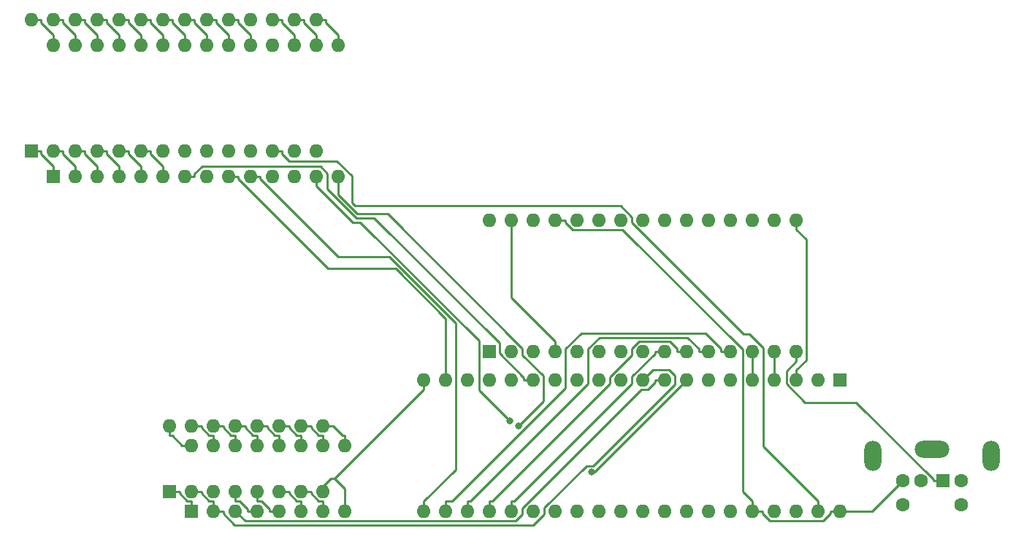
<source format=gbr>
%TF.GenerationSoftware,KiCad,Pcbnew,(6.0.0)*%
%TF.CreationDate,2022-08-27T02:03:40+01:00*%
%TF.ProjectId,AMSK6128r1,414d534b-3631-4323-9872-312e6b696361,rev?*%
%TF.SameCoordinates,Original*%
%TF.FileFunction,Copper,L2,Bot*%
%TF.FilePolarity,Positive*%
%FSLAX46Y46*%
G04 Gerber Fmt 4.6, Leading zero omitted, Abs format (unit mm)*
G04 Created by KiCad (PCBNEW (6.0.0)) date 2022-08-27 02:03:40*
%MOMM*%
%LPD*%
G01*
G04 APERTURE LIST*
%TA.AperFunction,ComponentPad*%
%ADD10R,1.600000X1.600000*%
%TD*%
%TA.AperFunction,ComponentPad*%
%ADD11O,1.600000X1.600000*%
%TD*%
%TA.AperFunction,ComponentPad*%
%ADD12C,1.600000*%
%TD*%
%TA.AperFunction,ComponentPad*%
%ADD13O,2.000000X3.500000*%
%TD*%
%TA.AperFunction,ComponentPad*%
%ADD14O,4.000000X2.000000*%
%TD*%
%TA.AperFunction,ViaPad*%
%ADD15C,0.800000*%
%TD*%
%TA.AperFunction,Conductor*%
%ADD16C,0.250000*%
%TD*%
G04 APERTURE END LIST*
D10*
%TO.P,U1,1,Q0*%
%TO.N,Net-(H2-Pad1)*%
X90160000Y-92446000D03*
D11*
%TO.P,U1,2,Q1*%
%TO.N,Net-(H2-Pad2)*%
X92700000Y-92446000D03*
%TO.P,U1,3,Q2*%
%TO.N,Net-(H2-Pad3)*%
X95240000Y-92446000D03*
%TO.P,U1,4,Q3*%
%TO.N,Net-(H2-Pad4)*%
X97780000Y-92446000D03*
%TO.P,U1,5,Q4*%
%TO.N,Net-(H2-Pad5)*%
X100320000Y-92446000D03*
%TO.P,U1,6,Q5*%
%TO.N,Net-(H2-Pad6)*%
X102860000Y-92446000D03*
%TO.P,U1,7,Q6*%
%TO.N,Net-(H2-Pad7)*%
X105400000Y-92446000D03*
%TO.P,U1,8,GND*%
%TO.N,Net-(H2-Pad8)*%
X107940000Y-92446000D03*
%TO.P,U1,9,Q7*%
%TO.N,Net-(H2-Pad9)*%
X107940000Y-84826000D03*
%TO.P,U1,10,Q8*%
%TO.N,Net-(H2-Pad10)*%
X105400000Y-84826000D03*
%TO.P,U1,11,Q9*%
%TO.N,Net-(H2-Pad11)*%
X102860000Y-84826000D03*
%TO.P,U1,12,P3*%
%TO.N,Net-(H2-Pad12)*%
X100320000Y-84826000D03*
%TO.P,U1,13,P2*%
%TO.N,Net-(H2-Pad13)*%
X97780000Y-84826000D03*
%TO.P,U1,14,P1*%
%TO.N,Net-(H2-Pad14)*%
X95240000Y-84826000D03*
%TO.P,U1,15,P0*%
%TO.N,Net-(H2-Pad15)*%
X92700000Y-84826000D03*
%TO.P,U1,16,VCC*%
%TO.N,Net-(H2-Pad16)*%
X90160000Y-84826000D03*
%TD*%
D10*
%TO.P,U4,1,Pin_1*%
%TO.N,unconnected-(U4-Pad1)*%
X124714000Y-73904000D03*
D11*
%TO.P,U4,2,Pin_2*%
%TO.N,unconnected-(U4-Pad2)*%
X127254000Y-73904000D03*
%TO.P,U4,3,Pin_3*%
%TO.N,unconnected-(U4-Pad3)*%
X129794000Y-73904000D03*
%TO.P,U4,4,Pin_4*%
%TO.N,Net-(H2-Pad8)*%
X132334000Y-73904000D03*
%TO.P,U4,5,Pin_5*%
%TO.N,Net-(U3-Pad38)*%
X134874000Y-73904000D03*
%TO.P,U4,6,Pin_6*%
%TO.N,Net-(J1-Pad5)*%
X137414000Y-73904000D03*
%TO.P,U4,7,Pin_7*%
%TO.N,Net-(U3-Pad18)*%
X139954000Y-73904000D03*
%TO.P,U4,8,Pin_8*%
%TO.N,Net-(U3-Pad2)*%
X142494000Y-73904000D03*
%TO.P,U4,9,Pin_9*%
%TO.N,Net-(U3-Pad25)*%
X145034000Y-73904000D03*
%TO.P,U4,10,Pin_10*%
%TO.N,Net-(U3-Pad24)*%
X147574000Y-73904000D03*
%TO.P,U4,11,Pin_11*%
%TO.N,Net-(U3-Pad23)*%
X150114000Y-73904000D03*
%TO.P,U4,12,Pin_12*%
%TO.N,Net-(U3-Pad22)*%
X152654000Y-73904000D03*
%TO.P,U4,13,Pin_13*%
%TO.N,Net-(U3-Pad5)*%
X155194000Y-73904000D03*
%TO.P,U4,14,Pin_14*%
%TO.N,Net-(U3-Pad4)*%
X157734000Y-73904000D03*
%TO.P,U4,15,Pin_15*%
%TO.N,Net-(J1-Pad1)*%
X160274000Y-73904000D03*
%TO.P,U4,16,Pin_16*%
%TO.N,Net-(U3-Pad3)*%
X160274000Y-58664000D03*
%TO.P,U4,17,Pin_17*%
%TO.N,unconnected-(U4-Pad17)*%
X157734000Y-58664000D03*
%TO.P,U4,18,Pin_18*%
%TO.N,unconnected-(U4-Pad18)*%
X155194000Y-58664000D03*
%TO.P,U4,19,Pin_19*%
%TO.N,unconnected-(U4-Pad19)*%
X152654000Y-58664000D03*
%TO.P,U4,20,Pin_20*%
%TO.N,unconnected-(U4-Pad20)*%
X150114000Y-58664000D03*
%TO.P,U4,21,Pin_21*%
%TO.N,unconnected-(U4-Pad21)*%
X147574000Y-58664000D03*
%TO.P,U4,22,Pin_22*%
%TO.N,unconnected-(U4-Pad22)*%
X145034000Y-58664000D03*
%TO.P,U4,23,Pin_23*%
%TO.N,unconnected-(U4-Pad23)*%
X142494000Y-58664000D03*
%TO.P,U4,24,Pin_24*%
%TO.N,unconnected-(U4-Pad24)*%
X139954000Y-58664000D03*
%TO.P,U4,25,Pin_25*%
%TO.N,unconnected-(U4-Pad25)*%
X137414000Y-58664000D03*
%TO.P,U4,26,Pin_26*%
%TO.N,unconnected-(U4-Pad26)*%
X134874000Y-58664000D03*
%TO.P,U4,27,Pin_27*%
%TO.N,Net-(H2-Pad16)*%
X132334000Y-58664000D03*
%TO.P,U4,28,Pin_28*%
%TO.N,unconnected-(U4-Pad28)*%
X129794000Y-58664000D03*
%TO.P,U4,29,Pin_29*%
%TO.N,Net-(H2-Pad8)*%
X127254000Y-58664000D03*
%TO.P,U4,30,Pin_30*%
%TO.N,unconnected-(U4-Pad30)*%
X124714000Y-58664000D03*
%TD*%
D10*
%TO.P,H2,1,Pin_1*%
%TO.N,Net-(H2-Pad1)*%
X87620000Y-90185000D03*
D11*
%TO.P,H2,2,Pin_2*%
%TO.N,Net-(H2-Pad2)*%
X90160000Y-90185000D03*
%TO.P,H2,3,Pin_3*%
%TO.N,Net-(H2-Pad3)*%
X92700000Y-90185000D03*
%TO.P,H2,4,Pin_4*%
%TO.N,Net-(H2-Pad4)*%
X95240000Y-90185000D03*
%TO.P,H2,5,Pin_5*%
%TO.N,Net-(H2-Pad5)*%
X97780000Y-90185000D03*
%TO.P,H2,6,Pin_6*%
%TO.N,Net-(H2-Pad6)*%
X100320000Y-90185000D03*
%TO.P,H2,7,Pin_7*%
%TO.N,Net-(H2-Pad7)*%
X102860000Y-90185000D03*
%TO.P,H2,8,Pin_8*%
%TO.N,Net-(H2-Pad8)*%
X105400000Y-90185000D03*
%TO.P,H2,9,Pin_9*%
%TO.N,Net-(H2-Pad9)*%
X105400000Y-82565000D03*
%TO.P,H2,10,Pin_10*%
%TO.N,Net-(H2-Pad10)*%
X102860000Y-82565000D03*
%TO.P,H2,11,Pin_11*%
%TO.N,Net-(H2-Pad11)*%
X100320000Y-82565000D03*
%TO.P,H2,12,Pin_12*%
%TO.N,Net-(H2-Pad12)*%
X97780000Y-82565000D03*
%TO.P,H2,13,Pin_13*%
%TO.N,Net-(H2-Pad13)*%
X95240000Y-82565000D03*
%TO.P,H2,14,Pin_14*%
%TO.N,Net-(H2-Pad14)*%
X92700000Y-82565000D03*
%TO.P,H2,15,Pin_15*%
%TO.N,Net-(H2-Pad15)*%
X90160000Y-82565000D03*
%TO.P,H2,16,Pin_16*%
%TO.N,Net-(H2-Pad16)*%
X87620000Y-82565000D03*
%TD*%
D10*
%TO.P,H1,1,Pin_1*%
%TO.N,Net-(H1-Pad1)*%
X71586000Y-50675000D03*
D11*
%TO.P,H1,2,Pin_2*%
%TO.N,Net-(H1-Pad2)*%
X74126000Y-50675000D03*
%TO.P,H1,3,Pin_3*%
%TO.N,Net-(H1-Pad3)*%
X76666000Y-50675000D03*
%TO.P,H1,4,Pin_4*%
%TO.N,Net-(H1-Pad4)*%
X79206000Y-50675000D03*
%TO.P,H1,5,Pin_5*%
%TO.N,Net-(H1-Pad5)*%
X81746000Y-50675000D03*
%TO.P,H1,6,Pin_6*%
%TO.N,Net-(H1-Pad6)*%
X84286000Y-50675000D03*
%TO.P,H1,7,Pin_7*%
%TO.N,Net-(H1-Pad7)*%
X86826000Y-50675000D03*
%TO.P,H1,8,Pin_8*%
%TO.N,Net-(H1-Pad8)*%
X89366000Y-50675000D03*
%TO.P,H1,9,Pin_9*%
%TO.N,Net-(H1-Pad9)*%
X91906000Y-50675000D03*
%TO.P,H1,10,Pin_10*%
%TO.N,Net-(H1-Pad10)*%
X94446000Y-50675000D03*
%TO.P,H1,11,Pin_11*%
%TO.N,Net-(H1-Pad11)*%
X96986000Y-50675000D03*
%TO.P,H1,12,Pin_12*%
%TO.N,Net-(H1-Pad12)*%
X99526000Y-50675000D03*
%TO.P,H1,13,Pin_13*%
%TO.N,Net-(H1-Pad13)*%
X102066000Y-50675000D03*
%TO.P,H1,14,Pin_14*%
%TO.N,Net-(H1-Pad14)*%
X104606000Y-50675000D03*
%TO.P,H1,15,Pin_15*%
%TO.N,Net-(H1-Pad15)*%
X104606000Y-35435000D03*
%TO.P,H1,16,Pin_16*%
%TO.N,Net-(H1-Pad16)*%
X102066000Y-35435000D03*
%TO.P,H1,17,Pin_17*%
%TO.N,Net-(H1-Pad17)*%
X99526000Y-35435000D03*
%TO.P,H1,18,Pin_18*%
%TO.N,Net-(H1-Pad18)*%
X96986000Y-35435000D03*
%TO.P,H1,19,Pin_19*%
%TO.N,Net-(H1-Pad19)*%
X94446000Y-35435000D03*
%TO.P,H1,20,Pin_20*%
%TO.N,Net-(H1-Pad20)*%
X91906000Y-35435000D03*
%TO.P,H1,21,Pin_21*%
%TO.N,Net-(H1-Pad21)*%
X89366000Y-35435000D03*
%TO.P,H1,22,Pin_22*%
%TO.N,Net-(H1-Pad22)*%
X86826000Y-35435000D03*
%TO.P,H1,23,Pin_23*%
%TO.N,Net-(H1-Pad23)*%
X84286000Y-35435000D03*
%TO.P,H1,24,Pin_24*%
%TO.N,Net-(H1-Pad24)*%
X81746000Y-35435000D03*
%TO.P,H1,25,Pin_25*%
%TO.N,Net-(H1-Pad25)*%
X79206000Y-35435000D03*
%TO.P,H1,26,Pin_26*%
%TO.N,Net-(H1-Pad26)*%
X76666000Y-35435000D03*
%TO.P,H1,27,Pin_27*%
%TO.N,Net-(H1-Pad27)*%
X74126000Y-35435000D03*
%TO.P,H1,28,Pin_28*%
%TO.N,Net-(H1-Pad28)*%
X71586000Y-35435000D03*
%TD*%
D10*
%TO.P,U2,1,Pin_1*%
%TO.N,Net-(H1-Pad1)*%
X74146000Y-53584000D03*
D11*
%TO.P,U2,2,Pin_2*%
%TO.N,Net-(H1-Pad2)*%
X76686000Y-53584000D03*
%TO.P,U2,3,Pin_3*%
%TO.N,Net-(H1-Pad3)*%
X79226000Y-53584000D03*
%TO.P,U2,4,Pin_4*%
%TO.N,Net-(H1-Pad4)*%
X81766000Y-53584000D03*
%TO.P,U2,5,Pin_5*%
%TO.N,Net-(H1-Pad5)*%
X84306000Y-53584000D03*
%TO.P,U2,6,Pin_6*%
%TO.N,Net-(H1-Pad6)*%
X86846000Y-53584000D03*
%TO.P,U2,7,Pin_7*%
%TO.N,Net-(H1-Pad7)*%
X89386000Y-53584000D03*
%TO.P,U2,8,Pin_8*%
%TO.N,Net-(H1-Pad8)*%
X91926000Y-53584000D03*
%TO.P,U2,9,Pin_9*%
%TO.N,Net-(H1-Pad9)*%
X94466000Y-53584000D03*
%TO.P,U2,10,Pin_10*%
%TO.N,Net-(H1-Pad10)*%
X97006000Y-53584000D03*
%TO.P,U2,11,Pin_11*%
%TO.N,Net-(H1-Pad11)*%
X99546000Y-53584000D03*
%TO.P,U2,12,Pin_12*%
%TO.N,Net-(H1-Pad12)*%
X102086000Y-53584000D03*
%TO.P,U2,13,Pin_13*%
%TO.N,Net-(H1-Pad13)*%
X104626000Y-53584000D03*
%TO.P,U2,14,Pin_14*%
%TO.N,Net-(H1-Pad14)*%
X107166000Y-53584000D03*
%TO.P,U2,15,Pin_15*%
%TO.N,Net-(H1-Pad15)*%
X107166000Y-38344000D03*
%TO.P,U2,16,Pin_16*%
%TO.N,Net-(H1-Pad16)*%
X104626000Y-38344000D03*
%TO.P,U2,17,Pin_17*%
%TO.N,Net-(H1-Pad17)*%
X102086000Y-38344000D03*
%TO.P,U2,18,Pin_18*%
%TO.N,Net-(H1-Pad18)*%
X99546000Y-38344000D03*
%TO.P,U2,19,Pin_19*%
%TO.N,Net-(H1-Pad19)*%
X97006000Y-38344000D03*
%TO.P,U2,20,Pin_20*%
%TO.N,Net-(H1-Pad20)*%
X94466000Y-38344000D03*
%TO.P,U2,21,Pin_21*%
%TO.N,Net-(H1-Pad21)*%
X91926000Y-38344000D03*
%TO.P,U2,22,Pin_22*%
%TO.N,Net-(H1-Pad22)*%
X89386000Y-38344000D03*
%TO.P,U2,23,Pin_23*%
%TO.N,Net-(H1-Pad23)*%
X86846000Y-38344000D03*
%TO.P,U2,24,Pin_24*%
%TO.N,Net-(H1-Pad24)*%
X84306000Y-38344000D03*
%TO.P,U2,25,Pin_25*%
%TO.N,Net-(H1-Pad25)*%
X81766000Y-38344000D03*
%TO.P,U2,26,Pin_26*%
%TO.N,Net-(H1-Pad26)*%
X79226000Y-38344000D03*
%TO.P,U2,27,Pin_27*%
%TO.N,Net-(H1-Pad27)*%
X76686000Y-38344000D03*
%TO.P,U2,28,Pin_28*%
%TO.N,Net-(H1-Pad28)*%
X74146000Y-38344000D03*
%TD*%
D10*
%TO.P,U3,1,Pin_1*%
%TO.N,Net-(H1-Pad11)*%
X165349000Y-77211000D03*
D11*
%TO.P,U3,2,Pin_2*%
%TO.N,Net-(U3-Pad2)*%
X162809000Y-77211000D03*
%TO.P,U3,3,Pin_3*%
%TO.N,Net-(U3-Pad3)*%
X160269000Y-77211000D03*
%TO.P,U3,4,Pin_4*%
%TO.N,Net-(U3-Pad4)*%
X157729000Y-77211000D03*
%TO.P,U3,5,Pin_5*%
%TO.N,Net-(U3-Pad5)*%
X155189000Y-77211000D03*
%TO.P,U3,6,Pin_6*%
%TO.N,unconnected-(U3-Pad6)*%
X152649000Y-77211000D03*
%TO.P,U3,7,Pin_7*%
%TO.N,unconnected-(U3-Pad7)*%
X150109000Y-77211000D03*
%TO.P,U3,8,Pin_8*%
%TO.N,Net-(H2-Pad4)*%
X147569000Y-77211000D03*
%TO.P,U3,9,Pin_9*%
%TO.N,Net-(H2-Pad3)*%
X145029000Y-77211000D03*
%TO.P,U3,10,Pin_10*%
%TO.N,Net-(H2-Pad2)*%
X142489000Y-77211000D03*
%TO.P,U3,11,Pin_11*%
%TO.N,Net-(H2-Pad1)*%
X139949000Y-77211000D03*
%TO.P,U3,12,Pin_12*%
%TO.N,unconnected-(U3-Pad12)*%
X137409000Y-77211000D03*
%TO.P,U3,13,Pin_13*%
%TO.N,unconnected-(U3-Pad13)*%
X134869000Y-77211000D03*
%TO.P,U3,14,Pin_14*%
%TO.N,unconnected-(U3-Pad14)*%
X132329000Y-77211000D03*
%TO.P,U3,15,Pin_15*%
%TO.N,Net-(H1-Pad7)*%
X129789000Y-77211000D03*
%TO.P,U3,16,Pin_16*%
%TO.N,Net-(H2-Pad8)*%
X127249000Y-77211000D03*
%TO.P,U3,17,Pin_17*%
%TO.N,Net-(H1-Pad8)*%
X124709000Y-77211000D03*
%TO.P,U3,18,Pin_18*%
%TO.N,Net-(U3-Pad18)*%
X122169000Y-77211000D03*
%TO.P,U3,19,Pin_19*%
%TO.N,Net-(H1-Pad9)*%
X119629000Y-77211000D03*
%TO.P,U3,20,Pin_20*%
%TO.N,Net-(H2-Pad8)*%
X117089000Y-77211000D03*
%TO.P,U3,21,Pin_21*%
%TO.N,Net-(H1-Pad10)*%
X117089000Y-92451000D03*
%TO.P,U3,22,Pin_22*%
%TO.N,Net-(U3-Pad22)*%
X119629000Y-92451000D03*
%TO.P,U3,23,Pin_23*%
%TO.N,Net-(U3-Pad23)*%
X122169000Y-92451000D03*
%TO.P,U3,24,Pin_24*%
%TO.N,Net-(U3-Pad24)*%
X124709000Y-92451000D03*
%TO.P,U3,25,Pin_25*%
%TO.N,Net-(U3-Pad25)*%
X127249000Y-92451000D03*
%TO.P,U3,26,Pin_26*%
%TO.N,unconnected-(U3-Pad26)*%
X129789000Y-92451000D03*
%TO.P,U3,27,Pin_27*%
%TO.N,unconnected-(U3-Pad27)*%
X132329000Y-92451000D03*
%TO.P,U3,28,Pin_28*%
%TO.N,Net-(H2-Pad5)*%
X134869000Y-92451000D03*
%TO.P,U3,29,Pin_29*%
%TO.N,Net-(H2-Pad6)*%
X137409000Y-92451000D03*
%TO.P,U3,30,Pin_30*%
%TO.N,Net-(H2-Pad7)*%
X139949000Y-92451000D03*
%TO.P,U3,31,Pin_31*%
%TO.N,Net-(H2-Pad9)*%
X142489000Y-92451000D03*
%TO.P,U3,32,Pin_32*%
%TO.N,Net-(H2-Pad10)*%
X145029000Y-92451000D03*
%TO.P,U3,33,Pin_33*%
%TO.N,Net-(H2-Pad11)*%
X147569000Y-92451000D03*
%TO.P,U3,34,Pin_34*%
%TO.N,unconnected-(U3-Pad34)*%
X150109000Y-92451000D03*
%TO.P,U3,35,Pin_35*%
%TO.N,Net-(H1-Pad14)*%
X152649000Y-92451000D03*
%TO.P,U3,36,Pin_36*%
%TO.N,Net-(H2-Pad16)*%
X155189000Y-92451000D03*
%TO.P,U3,37,Pin_37*%
%TO.N,Net-(H1-Pad13)*%
X157729000Y-92451000D03*
%TO.P,U3,38,Pin_38*%
%TO.N,Net-(U3-Pad38)*%
X160269000Y-92451000D03*
%TO.P,U3,39,Pin_39*%
%TO.N,Net-(H1-Pad12)*%
X162809000Y-92451000D03*
%TO.P,U3,40,Pin_40*%
%TO.N,Net-(H2-Pad16)*%
X165349000Y-92451000D03*
%TD*%
D10*
%TO.P,J1,1*%
%TO.N,Net-(J1-Pad1)*%
X177292000Y-88900000D03*
D12*
%TO.P,J1,2*%
%TO.N,unconnected-(J1-Pad2)*%
X174692000Y-88900000D03*
%TO.P,J1,3*%
%TO.N,Net-(H2-Pad8)*%
X179392000Y-88900000D03*
%TO.P,J1,4*%
%TO.N,Net-(H2-Pad16)*%
X172592000Y-88900000D03*
%TO.P,J1,5*%
%TO.N,Net-(J1-Pad5)*%
X179392000Y-91700000D03*
%TO.P,J1,6*%
%TO.N,unconnected-(J1-Pad6)*%
X172592000Y-91700000D03*
D13*
%TO.P,J1,7*%
%TO.N,N/C*%
X169142000Y-86050000D03*
X182842000Y-86050000D03*
D14*
X175992000Y-85250000D03*
%TD*%
D15*
%TO.N,Net-(H1-Pad13)*%
X127080600Y-82005100D03*
%TO.N,Net-(H1-Pad14)*%
X128062000Y-82563800D03*
%TO.N,Net-(H2-Pad4)*%
X136553000Y-87919200D03*
%TD*%
D16*
%TO.N,Net-(H1-Pad1)*%
X71586000Y-50675000D02*
X72711300Y-50675000D01*
X72711300Y-51024000D02*
X72711300Y-50675000D01*
X74146000Y-52458700D02*
X72711300Y-51024000D01*
X74146000Y-53584000D02*
X74146000Y-52458700D01*
%TO.N,Net-(H1-Pad2)*%
X76686000Y-52458700D02*
X75251300Y-51024000D01*
X75251300Y-51024000D02*
X75251300Y-50675000D01*
X76686000Y-53584000D02*
X76686000Y-52458700D01*
X74126000Y-50675000D02*
X75251300Y-50675000D01*
%TO.N,Net-(H1-Pad3)*%
X76666000Y-50675000D02*
X77791300Y-50675000D01*
X79226000Y-52458700D02*
X77791300Y-51024000D01*
X79226000Y-53584000D02*
X79226000Y-52458700D01*
X77791300Y-51024000D02*
X77791300Y-50675000D01*
%TO.N,Net-(H1-Pad4)*%
X81766000Y-53584000D02*
X81766000Y-52458700D01*
X79206000Y-50675000D02*
X80331300Y-50675000D01*
X80331300Y-51024000D02*
X80331300Y-50675000D01*
X81766000Y-52458700D02*
X80331300Y-51024000D01*
%TO.N,Net-(H1-Pad5)*%
X81746000Y-50675000D02*
X82871300Y-50675000D01*
X84306000Y-52458700D02*
X82871300Y-51024000D01*
X82871300Y-51024000D02*
X82871300Y-50675000D01*
X84306000Y-53584000D02*
X84306000Y-52458700D01*
%TO.N,Net-(H1-Pad15)*%
X107166000Y-38344000D02*
X107166000Y-37218700D01*
X104606000Y-35435000D02*
X105731300Y-35435000D01*
X105731300Y-35784000D02*
X105731300Y-35435000D01*
X107166000Y-37218700D02*
X105731300Y-35784000D01*
%TO.N,Net-(H1-Pad6)*%
X84286000Y-50675000D02*
X85411300Y-50675000D01*
X85411300Y-51024000D02*
X85411300Y-50675000D01*
X86846000Y-53584000D02*
X86846000Y-52458700D01*
X86846000Y-52458700D02*
X85411300Y-51024000D01*
%TO.N,Net-(H1-Pad16)*%
X104626000Y-38344000D02*
X104626000Y-37218700D01*
X103191300Y-35784000D02*
X103191300Y-35435000D01*
X104626000Y-37218700D02*
X103191300Y-35784000D01*
X102066000Y-35435000D02*
X103191300Y-35435000D01*
%TO.N,Net-(H1-Pad7)*%
X109267800Y-58457800D02*
X111341900Y-58457800D01*
X91369500Y-52444500D02*
X105104900Y-52444500D01*
X111341900Y-58457800D02*
X125839400Y-72955300D01*
X129789000Y-77211000D02*
X128663700Y-77211000D01*
X105896000Y-55086000D02*
X109267800Y-58457800D01*
X105104900Y-52444500D02*
X105896000Y-53235600D01*
X89386000Y-53584000D02*
X90511300Y-53584000D01*
X128663700Y-76958200D02*
X128663700Y-77211000D01*
X125839400Y-74133900D02*
X128663700Y-76958200D01*
X90511300Y-53302700D02*
X91369500Y-52444500D01*
X125839400Y-72955300D02*
X125839400Y-74133900D01*
X90511300Y-53584000D02*
X90511300Y-53302700D01*
X105896000Y-53235600D02*
X105896000Y-55086000D01*
%TO.N,Net-(H1-Pad17)*%
X100651300Y-35784000D02*
X100651300Y-35435000D01*
X102086000Y-38344000D02*
X102086000Y-37218700D01*
X99526000Y-35435000D02*
X100651300Y-35435000D01*
X102086000Y-37218700D02*
X100651300Y-35784000D01*
%TO.N,Net-(H1-Pad9)*%
X106005000Y-64279000D02*
X113815000Y-64279000D01*
X95591300Y-53865300D02*
X106005000Y-64279000D01*
X95591300Y-53584000D02*
X95591300Y-53865300D01*
X94466000Y-53584000D02*
X95591300Y-53584000D01*
X119629000Y-70093000D02*
X119629000Y-76085700D01*
X113815000Y-64279000D02*
X119629000Y-70093000D01*
X119629000Y-77211000D02*
X119629000Y-76085700D01*
%TO.N,Net-(H1-Pad19)*%
X94446000Y-35435000D02*
X95571300Y-35435000D01*
X95571300Y-35784000D02*
X95571300Y-35435000D01*
X97006000Y-38344000D02*
X97006000Y-37218700D01*
X97006000Y-37218700D02*
X95571300Y-35784000D01*
%TO.N,Net-(H1-Pad10)*%
X97006000Y-53584000D02*
X98131300Y-53584000D01*
X117089000Y-92451000D02*
X117089000Y-91325700D01*
X117089000Y-91325700D02*
X120768400Y-87646300D01*
X107177600Y-62911600D02*
X98131300Y-53865300D01*
X120768400Y-70595500D02*
X113084500Y-62911600D01*
X98131300Y-53865300D02*
X98131300Y-53584000D01*
X120768400Y-87646300D02*
X120768400Y-70595500D01*
X113084500Y-62911600D02*
X107177600Y-62911600D01*
%TO.N,Net-(H1-Pad20)*%
X94466000Y-38344000D02*
X94466000Y-37218700D01*
X93031300Y-35784000D02*
X93031300Y-35435000D01*
X91906000Y-35435000D02*
X93031300Y-35435000D01*
X94466000Y-37218700D02*
X93031300Y-35784000D01*
%TO.N,Net-(H1-Pad21)*%
X90491300Y-35784000D02*
X90491300Y-35435000D01*
X91926000Y-37218700D02*
X90491300Y-35784000D01*
X89366000Y-35435000D02*
X90491300Y-35435000D01*
X91926000Y-38344000D02*
X91926000Y-37218700D01*
%TO.N,Net-(H1-Pad12)*%
X109099900Y-57016100D02*
X108747300Y-56663500D01*
X154143000Y-71910500D02*
X141224000Y-58991500D01*
X162809000Y-92451000D02*
X162809000Y-91325700D01*
X162809000Y-91325700D02*
X156464000Y-84980700D01*
X141224000Y-58991500D02*
X141224000Y-58316400D01*
X101495200Y-51800300D02*
X100651300Y-50956400D01*
X100651300Y-50956400D02*
X100651300Y-50675000D01*
X139923700Y-57016100D02*
X109099900Y-57016100D01*
X107003400Y-51800300D02*
X101495200Y-51800300D01*
X108747300Y-56663500D02*
X108747300Y-53544200D01*
X156464000Y-73542300D02*
X154832200Y-71910500D01*
X108747300Y-53544200D02*
X107003400Y-51800300D01*
X99526000Y-50675000D02*
X100651300Y-50675000D01*
X156464000Y-84980700D02*
X156464000Y-73542300D01*
X141224000Y-58316400D02*
X139923700Y-57016100D01*
X154832200Y-71910500D02*
X154143000Y-71910500D01*
%TO.N,Net-(H1-Pad22)*%
X87951300Y-35784000D02*
X87951300Y-35435000D01*
X86826000Y-35435000D02*
X87951300Y-35435000D01*
X89386000Y-37218700D02*
X87951300Y-35784000D01*
X89386000Y-38344000D02*
X89386000Y-37218700D01*
%TO.N,Net-(H1-Pad13)*%
X109717900Y-58908100D02*
X123489100Y-72679300D01*
X104626000Y-53584000D02*
X104626000Y-54709300D01*
X123489100Y-78413600D02*
X127080600Y-82005100D01*
X108824800Y-58908100D02*
X109717900Y-58908100D01*
X123489100Y-72679300D02*
X123489100Y-78413600D01*
X104626000Y-54709300D02*
X108824800Y-58908100D01*
%TO.N,Net-(H1-Pad14)*%
X107166000Y-54709300D02*
X107166000Y-55719100D01*
X128524000Y-73558800D02*
X128524000Y-74346300D01*
X128524000Y-74346300D02*
X130914400Y-76736700D01*
X130914400Y-76736700D02*
X130914400Y-79711400D01*
X109371400Y-57924500D02*
X112889700Y-57924500D01*
X107166000Y-55719100D02*
X109371400Y-57924500D01*
X112889700Y-57924500D02*
X128524000Y-73558800D01*
X130914400Y-79711400D02*
X128062000Y-82563800D01*
X107166000Y-53584000D02*
X107166000Y-54709300D01*
%TO.N,Net-(H1-Pad23)*%
X85411300Y-35784000D02*
X85411300Y-35435000D01*
X86846000Y-37218700D02*
X85411300Y-35784000D01*
X84286000Y-35435000D02*
X85411300Y-35435000D01*
X86846000Y-38344000D02*
X86846000Y-37218700D01*
%TO.N,Net-(H1-Pad24)*%
X81746000Y-35435000D02*
X82871300Y-35435000D01*
X84306000Y-37218700D02*
X82871300Y-35784000D01*
X84306000Y-38344000D02*
X84306000Y-37218700D01*
X82871300Y-35784000D02*
X82871300Y-35435000D01*
%TO.N,Net-(H2-Pad1)*%
X90160000Y-92446000D02*
X90160000Y-91320700D01*
X89669400Y-91320700D02*
X90160000Y-91320700D01*
X88745300Y-90185000D02*
X88745300Y-90396600D01*
X88745300Y-90396600D02*
X89669400Y-91320700D01*
X87620000Y-90185000D02*
X88745300Y-90185000D01*
%TO.N,Net-(H2-Pad2)*%
X146208600Y-76730900D02*
X146208600Y-77703400D01*
X146208600Y-77703400D02*
X136718100Y-87193900D01*
X92700000Y-92446000D02*
X92700000Y-91320700D01*
X92700000Y-92446000D02*
X93825300Y-92446000D01*
X136718100Y-87193900D02*
X135928200Y-87193900D01*
X131059000Y-92063100D02*
X131059000Y-92819800D01*
X143646400Y-76053600D02*
X145531300Y-76053600D01*
X95177900Y-94079900D02*
X93825300Y-92727300D01*
X93825300Y-92727300D02*
X93825300Y-92446000D01*
X131059000Y-92819800D02*
X129798900Y-94079900D01*
X135928200Y-87193900D02*
X131059000Y-92063100D01*
X142489000Y-77211000D02*
X143646400Y-76053600D01*
X92209400Y-91320700D02*
X92700000Y-91320700D01*
X91285300Y-90185000D02*
X91285300Y-90396600D01*
X90160000Y-90185000D02*
X91285300Y-90185000D01*
X145531300Y-76053600D02*
X146208600Y-76730900D01*
X129798900Y-94079900D02*
X95177900Y-94079900D01*
X91285300Y-90396600D02*
X92209400Y-91320700D01*
%TO.N,Net-(H2-Pad3)*%
X128519000Y-92810900D02*
X127751600Y-93578300D01*
X96372300Y-93578300D02*
X95240000Y-92446000D01*
X128519000Y-92123100D02*
X128519000Y-92810900D01*
X127751600Y-93578300D02*
X96372300Y-93578300D01*
X145029000Y-77211000D02*
X143903700Y-77211000D01*
X143059800Y-78336300D02*
X142305800Y-78336300D01*
X142305800Y-78336300D02*
X128519000Y-92123100D01*
X143903700Y-77211000D02*
X143903700Y-77492400D01*
X143903700Y-77492400D02*
X143059800Y-78336300D01*
%TO.N,Net-(H2-Pad4)*%
X147569000Y-77211000D02*
X136860800Y-87919200D01*
X96654700Y-92234400D02*
X95730600Y-91310300D01*
X97780000Y-92446000D02*
X96654700Y-92446000D01*
X95240000Y-90185000D02*
X95240000Y-91310300D01*
X95730600Y-91310300D02*
X95240000Y-91310300D01*
X136860800Y-87919200D02*
X136553000Y-87919200D01*
X96654700Y-92446000D02*
X96654700Y-92234400D01*
%TO.N,Net-(H2-Pad5)*%
X100320000Y-92446000D02*
X99194700Y-92446000D01*
X97780000Y-90185000D02*
X97780000Y-91310300D01*
X98270600Y-91310300D02*
X97780000Y-91310300D01*
X99194700Y-92234400D02*
X98270600Y-91310300D01*
X99194700Y-92446000D02*
X99194700Y-92234400D01*
%TO.N,Net-(H2-Pad6)*%
X102369400Y-91320700D02*
X102860000Y-91320700D01*
X101445300Y-90185000D02*
X101445300Y-90396600D01*
X100320000Y-90185000D02*
X101445300Y-90185000D01*
X102860000Y-92446000D02*
X102860000Y-91320700D01*
X101445300Y-90396600D02*
X102369400Y-91320700D01*
%TO.N,Net-(H2-Pad7)*%
X103985300Y-90185000D02*
X103985300Y-90396600D01*
X103985300Y-90396600D02*
X104909400Y-91320700D01*
X104909400Y-91320700D02*
X105400000Y-91320700D01*
X105400000Y-92446000D02*
X105400000Y-91320700D01*
X102860000Y-90185000D02*
X103985300Y-90185000D01*
%TO.N,Net-(H2-Pad8)*%
X105400000Y-90185000D02*
X105400000Y-89622300D01*
X105400000Y-89622300D02*
X106334000Y-88688300D01*
X106736900Y-88688300D02*
X106737000Y-88688300D01*
X132334000Y-72778700D02*
X127254000Y-67698700D01*
X132334000Y-73904000D02*
X132334000Y-72778700D01*
X107940000Y-89891400D02*
X107940000Y-92446000D01*
X106737000Y-88688300D02*
X107940000Y-89891400D01*
X117089000Y-78336300D02*
X106737000Y-88688300D01*
X106334000Y-88688300D02*
X106736900Y-88688300D01*
X127254000Y-67698700D02*
X127254000Y-58664000D01*
X117089000Y-77211000D02*
X117089000Y-78336300D01*
%TO.N,Net-(H2-Pad9)*%
X107661000Y-83700700D02*
X107940000Y-83700700D01*
X107940000Y-84826000D02*
X107940000Y-83700700D01*
X106525300Y-82565000D02*
X107661000Y-83700700D01*
X105400000Y-82565000D02*
X106525300Y-82565000D01*
%TO.N,Net-(H2-Pad10)*%
X103985300Y-82565000D02*
X103985300Y-82776600D01*
X105400000Y-84826000D02*
X105400000Y-83700700D01*
X103985300Y-82776600D02*
X104909400Y-83700700D01*
X102860000Y-82565000D02*
X103985300Y-82565000D01*
X104909400Y-83700700D02*
X105400000Y-83700700D01*
%TO.N,Net-(H2-Pad11)*%
X101445300Y-82776600D02*
X102369400Y-83700700D01*
X101445300Y-82565000D02*
X101445300Y-82776600D01*
X102369400Y-83700700D02*
X102860000Y-83700700D01*
X102860000Y-84826000D02*
X102860000Y-83700700D01*
X100320000Y-82565000D02*
X101445300Y-82565000D01*
%TO.N,Net-(H2-Pad12)*%
X98905300Y-82776600D02*
X99829400Y-83700700D01*
X99829400Y-83700700D02*
X100320000Y-83700700D01*
X98905300Y-82565000D02*
X98905300Y-82776600D01*
X97780000Y-82565000D02*
X98905300Y-82565000D01*
X100320000Y-84826000D02*
X100320000Y-83700700D01*
%TO.N,Net-(H2-Pad13)*%
X97289400Y-83700700D02*
X97780000Y-83700700D01*
X96365300Y-82565000D02*
X96365300Y-82776600D01*
X96365300Y-82776600D02*
X97289400Y-83700700D01*
X95240000Y-82565000D02*
X96365300Y-82565000D01*
X97780000Y-84826000D02*
X97780000Y-83700700D01*
%TO.N,Net-(H2-Pad14)*%
X93825300Y-82776600D02*
X94749400Y-83700700D01*
X94749400Y-83700700D02*
X95240000Y-83700700D01*
X95240000Y-84826000D02*
X95240000Y-83700700D01*
X93825300Y-82565000D02*
X93825300Y-82776600D01*
X92700000Y-82565000D02*
X93825300Y-82565000D01*
%TO.N,Net-(H2-Pad15)*%
X92209400Y-83700700D02*
X92700000Y-83700700D01*
X92700000Y-84826000D02*
X92700000Y-83700700D01*
X91285300Y-82776600D02*
X92209400Y-83700700D01*
X90160000Y-82565000D02*
X91285300Y-82565000D01*
X91285300Y-82565000D02*
X91285300Y-82776600D01*
%TO.N,Net-(H2-Pad16)*%
X89034700Y-84826000D02*
X87899000Y-83690300D01*
X132334000Y-58664000D02*
X133459300Y-58664000D01*
X154063700Y-90200400D02*
X155189000Y-91325700D01*
X87620000Y-82565000D02*
X87620000Y-83690300D01*
X169041000Y-92451000D02*
X172592000Y-88900000D01*
X133459300Y-58945400D02*
X134303200Y-59789300D01*
X90160000Y-84826000D02*
X89034700Y-84826000D01*
X87899000Y-83690300D02*
X87620000Y-83690300D01*
X164223700Y-92451000D02*
X164223700Y-92732400D01*
X157158200Y-93576300D02*
X156314300Y-92732400D01*
X164223700Y-92732400D02*
X163379800Y-93576300D01*
X155189000Y-92451000D02*
X155189000Y-91325700D01*
X134303200Y-59789300D02*
X140134200Y-59789300D01*
X165349000Y-92451000D02*
X164223700Y-92451000D01*
X154063700Y-73718800D02*
X154063700Y-90200400D01*
X140134200Y-59789300D02*
X154063700Y-73718800D01*
X165349000Y-92451000D02*
X169041000Y-92451000D01*
X155189000Y-92451000D02*
X156314300Y-92451000D01*
X133459300Y-58664000D02*
X133459300Y-58945400D01*
X163379800Y-93576300D02*
X157158200Y-93576300D01*
X156314300Y-92732400D02*
X156314300Y-92451000D01*
%TO.N,Net-(J1-Pad1)*%
X161278200Y-79837400D02*
X167221000Y-79837400D01*
X160274000Y-73904000D02*
X160274000Y-75029300D01*
X167221000Y-79837400D02*
X176166700Y-88783100D01*
X159107500Y-77666700D02*
X161278200Y-79837400D01*
X177292000Y-88900000D02*
X176166700Y-88900000D01*
X159107500Y-76195800D02*
X159107500Y-77666700D01*
X160274000Y-75029300D02*
X159107500Y-76195800D01*
X176166700Y-88783100D02*
X176166700Y-88900000D01*
%TO.N,Net-(U3-Pad22)*%
X149735700Y-71829700D02*
X151528700Y-73622700D01*
X152654000Y-73904000D02*
X151528700Y-73904000D01*
X151528700Y-73622700D02*
X151528700Y-73904000D01*
X133530100Y-78127900D02*
X133530100Y-73620000D01*
X133530100Y-73620000D02*
X135320400Y-71829700D01*
X120332300Y-91325700D02*
X133530100Y-78127900D01*
X119629000Y-92451000D02*
X119629000Y-91325700D01*
X119629000Y-91325700D02*
X120332300Y-91325700D01*
X135320400Y-71829700D02*
X149735700Y-71829700D01*
%TO.N,Net-(U3-Pad3)*%
X161399300Y-74955400D02*
X161399300Y-60914600D01*
X160269000Y-77211000D02*
X160269000Y-76085700D01*
X161399300Y-60914600D02*
X160274000Y-59789300D01*
X160274000Y-58664000D02*
X160274000Y-59789300D01*
X160269000Y-76085700D02*
X161399300Y-74955400D01*
%TO.N,Net-(U3-Pad23)*%
X136153400Y-73567400D02*
X137430000Y-72290800D01*
X136153400Y-77622600D02*
X136153400Y-73567400D01*
X148988700Y-73622700D02*
X148988700Y-73904000D01*
X147656800Y-72290800D02*
X148988700Y-73622700D01*
X122169000Y-92451000D02*
X122169000Y-91325700D01*
X150114000Y-73904000D02*
X148988700Y-73904000D01*
X122450300Y-91325700D02*
X136153400Y-77622600D01*
X137430000Y-72290800D02*
X147656800Y-72290800D01*
X122169000Y-91325700D02*
X122450300Y-91325700D01*
%TO.N,Net-(U3-Pad4)*%
X157729000Y-75034300D02*
X157734000Y-75029300D01*
X157729000Y-77211000D02*
X157729000Y-75034300D01*
X157734000Y-73904000D02*
X157734000Y-75029300D01*
%TO.N,Net-(U3-Pad24)*%
X138679000Y-77637000D02*
X138679000Y-76889500D01*
X141224000Y-73561500D02*
X142006800Y-72778700D01*
X146448700Y-73622600D02*
X146448700Y-73904000D01*
X147574000Y-73904000D02*
X146448700Y-73904000D01*
X145604800Y-72778700D02*
X146448700Y-73622600D01*
X124709000Y-92451000D02*
X124709000Y-91325700D01*
X141224000Y-74344500D02*
X141224000Y-73561500D01*
X138679000Y-76889500D02*
X141224000Y-74344500D01*
X124990300Y-91325700D02*
X138679000Y-77637000D01*
X124709000Y-91325700D02*
X124990300Y-91325700D01*
X142006800Y-72778700D02*
X145604800Y-72778700D01*
%TO.N,Net-(U3-Pad5)*%
X155189000Y-77211000D02*
X155189000Y-76085700D01*
X155194000Y-76080700D02*
X155194000Y-73904000D01*
X155189000Y-76085700D02*
X155194000Y-76080700D01*
%TO.N,Net-(U3-Pad25)*%
X127249000Y-92451000D02*
X127249000Y-91325700D01*
X141219000Y-76845000D02*
X143908700Y-74155300D01*
X127249000Y-91325700D02*
X127530300Y-91325700D01*
X145034000Y-73904000D02*
X143908700Y-73904000D01*
X141219000Y-77637000D02*
X141219000Y-76845000D01*
X143908700Y-74155300D02*
X143908700Y-73904000D01*
X127530300Y-91325700D02*
X141219000Y-77637000D01*
%TO.N,Net-(H1-Pad25)*%
X80331300Y-35784000D02*
X80331300Y-35435000D01*
X79206000Y-35435000D02*
X80331300Y-35435000D01*
X81766000Y-38344000D02*
X81766000Y-37218700D01*
X81766000Y-37218700D02*
X80331300Y-35784000D01*
%TO.N,Net-(H1-Pad26)*%
X79226000Y-38344000D02*
X79226000Y-37218700D01*
X77791300Y-35784000D02*
X77791300Y-35435000D01*
X76666000Y-35435000D02*
X77791300Y-35435000D01*
X79226000Y-37218700D02*
X77791300Y-35784000D01*
%TO.N,Net-(H1-Pad27)*%
X75251300Y-35784000D02*
X75251300Y-35435000D01*
X74126000Y-35435000D02*
X75251300Y-35435000D01*
X76686000Y-37218700D02*
X75251300Y-35784000D01*
X76686000Y-38344000D02*
X76686000Y-37218700D01*
%TO.N,Net-(H1-Pad28)*%
X72711300Y-35784000D02*
X72711300Y-35435000D01*
X74146000Y-38344000D02*
X74146000Y-37218700D01*
X74146000Y-37218700D02*
X72711300Y-35784000D01*
X71586000Y-35435000D02*
X72711300Y-35435000D01*
%TD*%
M02*

</source>
